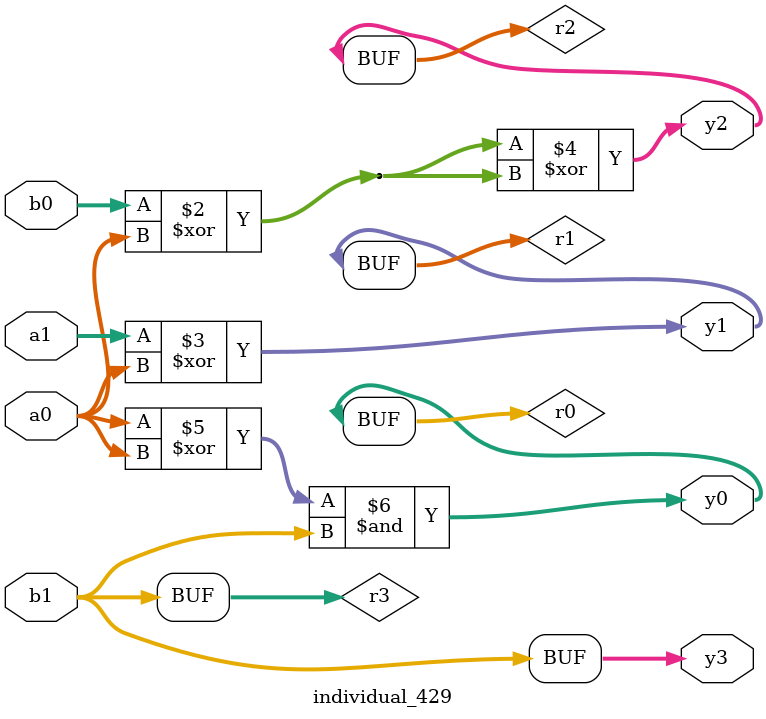
<source format=sv>
module individual_429(input logic [15:0] a1, input logic [15:0] a0, input logic [15:0] b1, input logic [15:0] b0, output logic [15:0] y3, output logic [15:0] y2, output logic [15:0] y1, output logic [15:0] y0);
logic [15:0] r0, r1, r2, r3; 
 always@(*) begin 
	 r0 = a0; r1 = a1; r2 = b0; r3 = b1; 
 	 r2  ^=  a0 ;
 	 r1  ^=  a0 ;
 	 r2  ^=  r2 ;
 	 r0  ^=  r0 ;
 	 r0  &=  r3 ;
 	 y3 = r3; y2 = r2; y1 = r1; y0 = r0; 
end
endmodule
</source>
